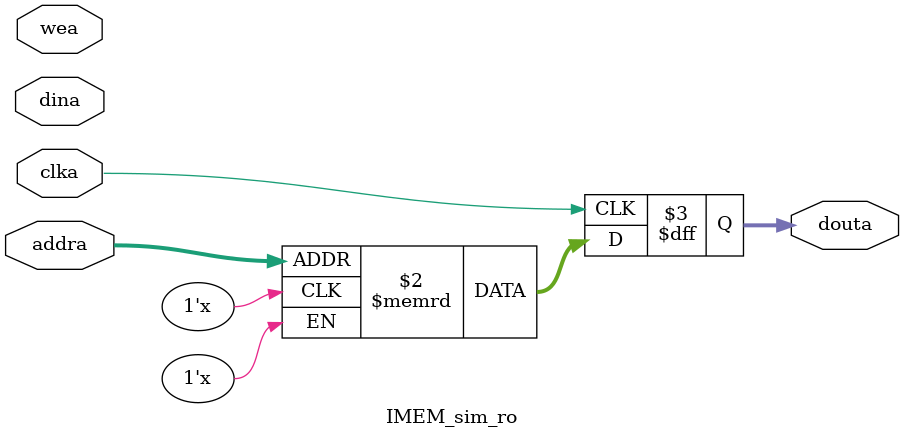
<source format=v>
module IMEM_sim_ro (
    input clka,
    input wea,
    input [9:0] addra,
    input [31:0] dina,
    output reg [31:0] douta
);
    reg [31:0] array_reg [0:1023];
    always @(posedge clka) begin
        douta <= array_reg[addra];
    end
endmodule
</source>
